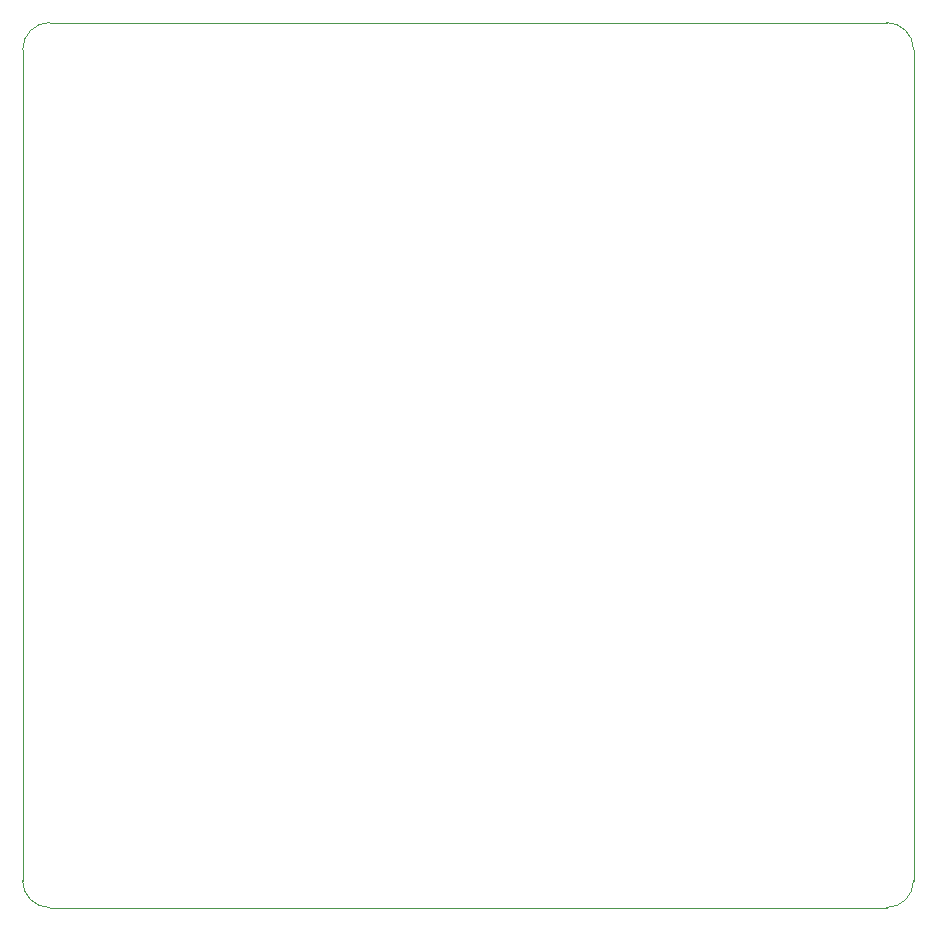
<source format=gbr>
%TF.GenerationSoftware,KiCad,Pcbnew,7.0.10*%
%TF.CreationDate,2024-07-15T02:50:03-03:00*%
%TF.ProjectId,board,626f6172-642e-46b6-9963-61645f706362,1.0*%
%TF.SameCoordinates,Original*%
%TF.FileFunction,Profile,NP*%
%FSLAX46Y46*%
G04 Gerber Fmt 4.6, Leading zero omitted, Abs format (unit mm)*
G04 Created by KiCad (PCBNEW 7.0.10) date 2024-07-15 02:50:03*
%MOMM*%
%LPD*%
G01*
G04 APERTURE LIST*
%TA.AperFunction,Profile*%
%ADD10C,0.050000*%
%TD*%
G04 APERTURE END LIST*
D10*
X181356600Y-119100600D02*
X181356600Y-48742600D01*
X108204600Y-46456600D02*
G75*
G03*
X105918600Y-48742600I0J-2286000D01*
G01*
X105918600Y-119100600D02*
X105918600Y-48742600D01*
X105918600Y-119100600D02*
G75*
G03*
X108204600Y-121386600I2286000J0D01*
G01*
X179070600Y-46456600D02*
X108204600Y-46456600D01*
X179070600Y-121386600D02*
G75*
G03*
X181356600Y-119100600I0J2286000D01*
G01*
X181356600Y-48742600D02*
G75*
G03*
X179070600Y-46456600I-2286000J0D01*
G01*
X108204600Y-121386600D02*
X179070600Y-121386600D01*
M02*

</source>
